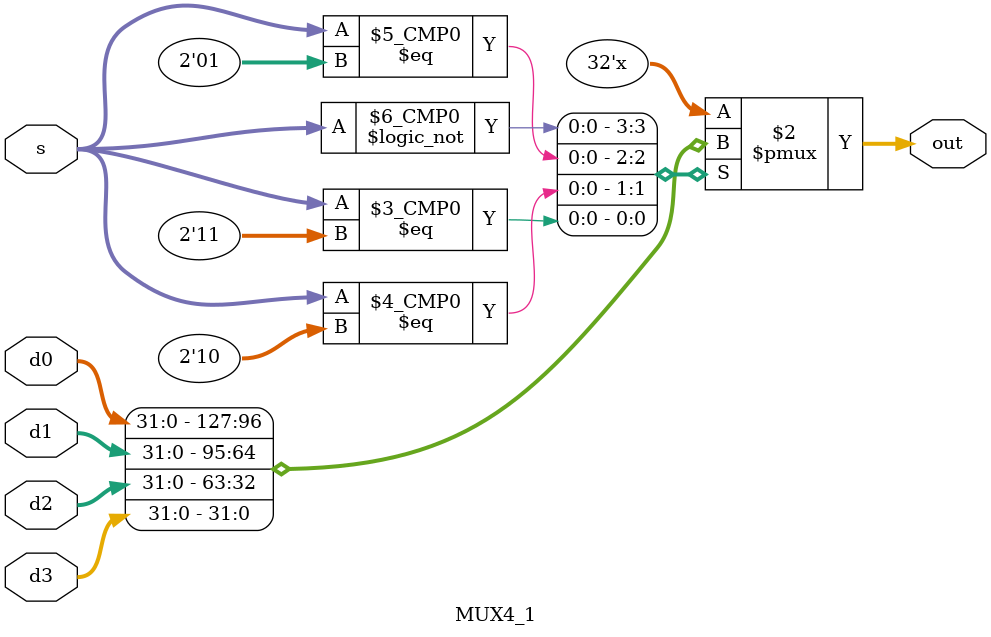
<source format=v>
`timescale 1ns / 1ps

module MUX4_1#(parameter WIDTH=32)
    (input [WIDTH-1:0] d0,
    input [WIDTH-1:0] d1,
    input [WIDTH-1:0] d2,
    input [WIDTH-1:0] d3,
    input [1:0] s,
    output reg [WIDTH-1:0] out
    );
    always@(*)
    begin
        case(s)
            0:out=d0;
            1:out=d1;
            2:out=d2;
            3:out=d3;
        endcase
    end
endmodule

</source>
